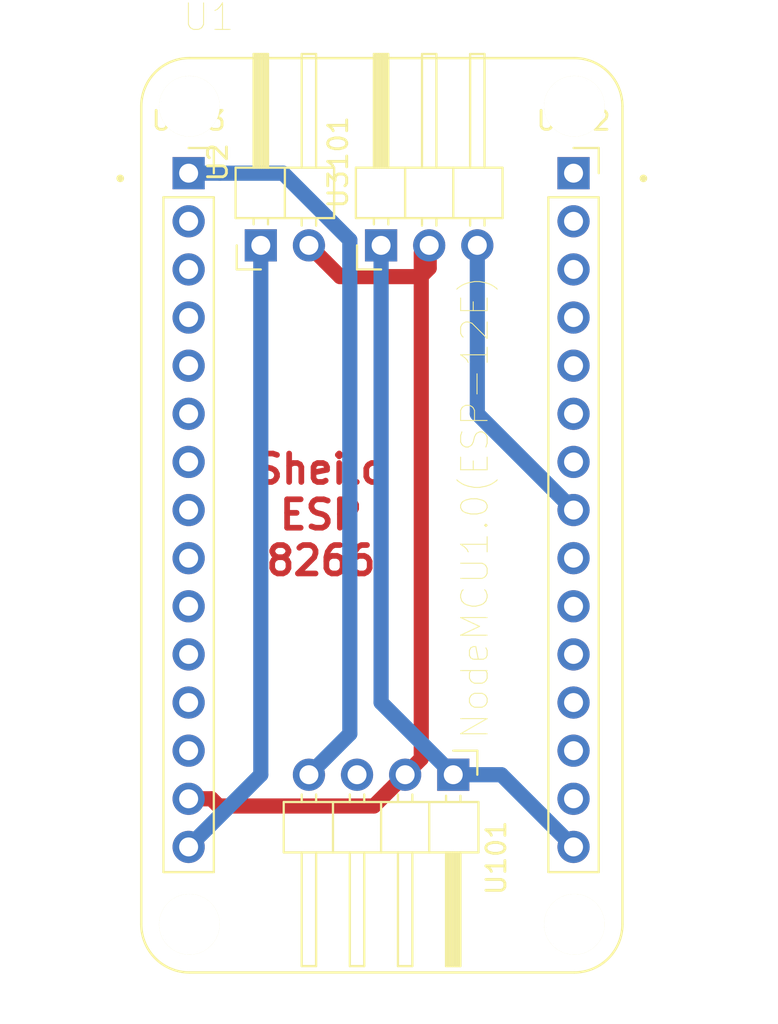
<source format=kicad_pcb>
(kicad_pcb (version 20171130) (host pcbnew 5.0.2-bee76a0~70~ubuntu18.04.1)

  (general
    (thickness 1.6)
    (drawings 1)
    (tracks 26)
    (zones 0)
    (modules 6)
    (nets 32)
  )

  (page A4)
  (layers
    (0 F.Cu signal)
    (31 B.Cu signal)
    (32 B.Adhes user)
    (33 F.Adhes user)
    (34 B.Paste user)
    (35 F.Paste user)
    (36 B.SilkS user)
    (37 F.SilkS user)
    (38 B.Mask user)
    (39 F.Mask user)
    (40 Dwgs.User user)
    (41 Cmts.User user)
    (42 Eco1.User user)
    (43 Eco2.User user)
    (44 Edge.Cuts user)
    (45 Margin user)
    (46 B.CrtYd user)
    (47 F.CrtYd user)
    (48 B.Fab user)
    (49 F.Fab user)
  )

  (setup
    (last_trace_width 0.8)
    (trace_clearance 0.4)
    (zone_clearance 0.508)
    (zone_45_only no)
    (trace_min 0.1)
    (segment_width 0.2)
    (edge_width 0.1)
    (via_size 1.6)
    (via_drill 0.8)
    (via_min_size 0.1)
    (via_min_drill 0.3)
    (uvia_size 0.3)
    (uvia_drill 0.1)
    (uvias_allowed no)
    (uvia_min_size 0.2)
    (uvia_min_drill 0.1)
    (pcb_text_width 0.3)
    (pcb_text_size 1.5 1.5)
    (mod_edge_width 0.15)
    (mod_text_size 1 1)
    (mod_text_width 0.15)
    (pad_size 1.7 1.7)
    (pad_drill 1)
    (pad_to_mask_clearance 0)
    (solder_mask_min_width 0.25)
    (aux_axis_origin 0 0)
    (visible_elements FFFFF77F)
    (pcbplotparams
      (layerselection 0x010fc_ffffffff)
      (usegerberextensions false)
      (usegerberattributes false)
      (usegerberadvancedattributes false)
      (creategerberjobfile false)
      (excludeedgelayer true)
      (linewidth 0.100000)
      (plotframeref false)
      (viasonmask false)
      (mode 1)
      (useauxorigin false)
      (hpglpennumber 1)
      (hpglpenspeed 20)
      (hpglpendiameter 15.000000)
      (psnegative false)
      (psa4output false)
      (plotreference true)
      (plotvalue true)
      (plotinvisibletext false)
      (padsonsilk false)
      (subtractmaskfromsilk false)
      (outputformat 1)
      (mirror false)
      (drillshape 1)
      (scaleselection 1)
      (outputdirectory ""))
  )

  (net 0 "")
  (net 1 +5V)
  (net 2 GND)
  (net 3 "Net-(U101-Pad3)")
  (net 4 SIGtemp)
  (net 5 "Net-(U102-Pad17)")
  (net 6 "Net-(U102-Pad18)")
  (net 7 "Net-(U102-Pad19)")
  (net 8 "Net-(U102-Pad20)")
  (net 9 "Net-(U102-Pad21)")
  (net 10 "Net-(U102-Pad22)")
  (net 11 SIGFlow)
  (net 12 "Net-(U102-Pad24)")
  (net 13 "Net-(U102-Pad25)")
  (net 14 "Net-(U102-Pad26)")
  (net 15 "Net-(U102-Pad27)")
  (net 16 "Net-(U102-Pad28)")
  (net 17 "Net-(U102-Pad29)")
  (net 18 "Net-(U102-Pad30)")
  (net 19 "Net-(U103-Pad2)")
  (net 20 "Net-(U103-Pad3)")
  (net 21 "Net-(U103-Pad4)")
  (net 22 "Net-(U103-Pad5)")
  (net 23 "Net-(U103-Pad6)")
  (net 24 "Net-(U103-Pad7)")
  (net 25 "Net-(U103-Pad8)")
  (net 26 "Net-(U103-Pad9)")
  (net 27 "Net-(U103-Pad10)")
  (net 28 "Net-(U103-Pad11)")
  (net 29 "Net-(U103-Pad12)")
  (net 30 "Net-(U103-Pad13)")
  (net 31 +3V3)

  (net_class Default "This is the default net class."
    (clearance 0.4)
    (trace_width 0.8)
    (via_dia 1.6)
    (via_drill 0.8)
    (uvia_dia 0.3)
    (uvia_drill 0.1)
    (add_net +3V3)
    (add_net +5V)
    (add_net GND)
    (add_net "Net-(U101-Pad3)")
    (add_net "Net-(U102-Pad17)")
    (add_net "Net-(U102-Pad18)")
    (add_net "Net-(U102-Pad19)")
    (add_net "Net-(U102-Pad20)")
    (add_net "Net-(U102-Pad21)")
    (add_net "Net-(U102-Pad22)")
    (add_net "Net-(U102-Pad24)")
    (add_net "Net-(U102-Pad25)")
    (add_net "Net-(U102-Pad26)")
    (add_net "Net-(U102-Pad27)")
    (add_net "Net-(U102-Pad28)")
    (add_net "Net-(U102-Pad29)")
    (add_net "Net-(U102-Pad30)")
    (add_net "Net-(U103-Pad10)")
    (add_net "Net-(U103-Pad11)")
    (add_net "Net-(U103-Pad12)")
    (add_net "Net-(U103-Pad13)")
    (add_net "Net-(U103-Pad2)")
    (add_net "Net-(U103-Pad3)")
    (add_net "Net-(U103-Pad4)")
    (add_net "Net-(U103-Pad5)")
    (add_net "Net-(U103-Pad6)")
    (add_net "Net-(U103-Pad7)")
    (add_net "Net-(U103-Pad8)")
    (add_net "Net-(U103-Pad9)")
    (add_net SIGFlow)
    (add_net SIGtemp)
  )

  (module wemos-d1-mini:SEEED_113990105_withoutPin (layer F.Cu) (tedit 5DFCFEBC) (tstamp 5E090D1B)
    (at 143.550001 80.285001)
    (path /5DF783D9)
    (fp_text reference U1 (at -9.144 -26.289) (layer F.SilkS)
      (effects (font (size 1.4 1.4) (thickness 0.05)))
    )
    (fp_text value "NodeMCU1.0(ESP-12E)" (at 4.912999 -0.402001 -90) (layer F.SilkS)
      (effects (font (size 1.4 1.4) (thickness 0.05)))
    )
    (fp_line (start -12.7 21.59) (end -12.7 -21.59) (layer F.SilkS) (width 0.127))
    (fp_arc (start -10.16 -21.59) (end -10.16 -24.13) (angle -90) (layer F.SilkS) (width 0.127))
    (fp_line (start -10.16 -24.13) (end 10.16 -24.13) (layer F.SilkS) (width 0.127))
    (fp_arc (start -10.16 21.59) (end -10.16 24.13) (angle 90) (layer F.SilkS) (width 0.127))
    (fp_arc (start 10.16 -21.59) (end 12.7 -21.59) (angle -90) (layer F.SilkS) (width 0.127))
    (fp_line (start 12.7 -21.59) (end 12.7 21.59) (layer F.SilkS) (width 0.127))
    (fp_arc (start 10.16 21.59) (end 10.16 24.13) (angle -90) (layer F.SilkS) (width 0.127))
    (fp_line (start 10.16 24.13) (end -10.16 24.13) (layer F.SilkS) (width 0.127))
    (fp_line (start -12.7 21.59) (end -12.7 -21.59) (layer Eco2.User) (width 0.127))
    (fp_arc (start -10.16 -21.59) (end -10.16 -24.13) (angle -90) (layer Eco2.User) (width 0.127))
    (fp_line (start -10.16 -24.13) (end 10.16 -24.13) (layer Eco2.User) (width 0.127))
    (fp_arc (start -10.16 21.59) (end -10.16 24.13) (angle 90) (layer Eco2.User) (width 0.127))
    (fp_arc (start 10.16 -21.59) (end 12.7 -21.59) (angle -90) (layer Eco2.User) (width 0.127))
    (fp_line (start 12.7 -21.59) (end 12.7 21.59) (layer Eco2.User) (width 0.127))
    (fp_arc (start 10.16 21.59) (end 10.16 24.13) (angle -90) (layer Eco2.User) (width 0.127))
    (fp_line (start 10.16 24.13) (end -10.16 24.13) (layer Eco2.User) (width 0.127))
    (fp_line (start 10.16 24.38) (end -10.16 24.38) (layer Eco1.User) (width 0.05))
    (fp_arc (start -10.16 21.59) (end -12.95 21.59) (angle -90) (layer Eco1.User) (width 0.05))
    (fp_line (start -12.95 21.59) (end -12.95 -21.59) (layer Eco1.User) (width 0.05))
    (fp_arc (start -10.16 -21.59) (end -10.16 -24.38) (angle -90) (layer Eco1.User) (width 0.05))
    (fp_line (start -10.16 -24.38) (end 10.16 -24.38) (layer Eco1.User) (width 0.05))
    (fp_arc (start 10.16 -21.59) (end 12.95 -21.59) (angle -90) (layer Eco1.User) (width 0.05))
    (fp_line (start 12.95 -21.59) (end 12.95 21.59) (layer Eco1.User) (width 0.05))
    (fp_arc (start 10.16 21.59) (end 10.16 24.38) (angle -90) (layer Eco1.User) (width 0.05))
    (fp_circle (center -13.81 -17.78) (end -13.71 -17.78) (layer F.SilkS) (width 0.2))
    (fp_circle (center -13.81 -17.78) (end -13.71 -17.78) (layer Eco2.User) (width 0.2))
    (fp_circle (center 13.81 -17.78) (end 13.91 -17.78) (layer Eco2.User) (width 0.2))
    (fp_circle (center 13.81 -17.78) (end 13.91 -17.78) (layer F.SilkS) (width 0.2))
    (pad Hole np_thru_hole circle (at -10.16 -21.59) (size 3.2 3.2) (drill 3.2) (layers *.Cu *.Mask F.SilkS))
    (pad Hole np_thru_hole circle (at 10.16 -21.59) (size 3.2 3.2) (drill 3.2) (layers *.Cu *.Mask F.SilkS))
    (pad Hole np_thru_hole circle (at 10.16 21.59) (size 3.2 3.2) (drill 3.2) (layers *.Cu *.Mask F.SilkS))
    (pad Hole np_thru_hole circle (at -10.16 21.59) (size 3.2 3.2) (drill 3.2) (layers *.Cu *.Mask F.SilkS))
  )

  (module pinHeads:PinHeader_1x02_P2.54mm_Horizontal (layer F.Cu) (tedit 59FED5CB) (tstamp 5E57F24F)
    (at 137.16 66.04 90)
    (descr "Through hole angled pin header, 1x02, 2.54mm pitch, 6mm pin length, single row")
    (tags "Through hole angled pin header THT 1x02 2.54mm single row")
    (path /5DF78856)
    (fp_text reference U2 (at 4.385 -2.27 90) (layer F.SilkS)
      (effects (font (size 1 1) (thickness 0.15)))
    )
    (fp_text value Relay_2_pins (at 4.385 4.81 90) (layer F.Fab)
      (effects (font (size 1 1) (thickness 0.15)))
    )
    (fp_line (start 2.135 -1.27) (end 4.04 -1.27) (layer F.Fab) (width 0.1))
    (fp_line (start 4.04 -1.27) (end 4.04 3.81) (layer F.Fab) (width 0.1))
    (fp_line (start 4.04 3.81) (end 1.5 3.81) (layer F.Fab) (width 0.1))
    (fp_line (start 1.5 3.81) (end 1.5 -0.635) (layer F.Fab) (width 0.1))
    (fp_line (start 1.5 -0.635) (end 2.135 -1.27) (layer F.Fab) (width 0.1))
    (fp_line (start -0.32 -0.32) (end 1.5 -0.32) (layer F.Fab) (width 0.1))
    (fp_line (start -0.32 -0.32) (end -0.32 0.32) (layer F.Fab) (width 0.1))
    (fp_line (start -0.32 0.32) (end 1.5 0.32) (layer F.Fab) (width 0.1))
    (fp_line (start 4.04 -0.32) (end 10.04 -0.32) (layer F.Fab) (width 0.1))
    (fp_line (start 10.04 -0.32) (end 10.04 0.32) (layer F.Fab) (width 0.1))
    (fp_line (start 4.04 0.32) (end 10.04 0.32) (layer F.Fab) (width 0.1))
    (fp_line (start -0.32 2.22) (end 1.5 2.22) (layer F.Fab) (width 0.1))
    (fp_line (start -0.32 2.22) (end -0.32 2.86) (layer F.Fab) (width 0.1))
    (fp_line (start -0.32 2.86) (end 1.5 2.86) (layer F.Fab) (width 0.1))
    (fp_line (start 4.04 2.22) (end 10.04 2.22) (layer F.Fab) (width 0.1))
    (fp_line (start 10.04 2.22) (end 10.04 2.86) (layer F.Fab) (width 0.1))
    (fp_line (start 4.04 2.86) (end 10.04 2.86) (layer F.Fab) (width 0.1))
    (fp_line (start 1.44 -1.33) (end 1.44 3.87) (layer F.SilkS) (width 0.12))
    (fp_line (start 1.44 3.87) (end 4.1 3.87) (layer F.SilkS) (width 0.12))
    (fp_line (start 4.1 3.87) (end 4.1 -1.33) (layer F.SilkS) (width 0.12))
    (fp_line (start 4.1 -1.33) (end 1.44 -1.33) (layer F.SilkS) (width 0.12))
    (fp_line (start 4.1 -0.38) (end 10.1 -0.38) (layer F.SilkS) (width 0.12))
    (fp_line (start 10.1 -0.38) (end 10.1 0.38) (layer F.SilkS) (width 0.12))
    (fp_line (start 10.1 0.38) (end 4.1 0.38) (layer F.SilkS) (width 0.12))
    (fp_line (start 4.1 -0.32) (end 10.1 -0.32) (layer F.SilkS) (width 0.12))
    (fp_line (start 4.1 -0.2) (end 10.1 -0.2) (layer F.SilkS) (width 0.12))
    (fp_line (start 4.1 -0.08) (end 10.1 -0.08) (layer F.SilkS) (width 0.12))
    (fp_line (start 4.1 0.04) (end 10.1 0.04) (layer F.SilkS) (width 0.12))
    (fp_line (start 4.1 0.16) (end 10.1 0.16) (layer F.SilkS) (width 0.12))
    (fp_line (start 4.1 0.28) (end 10.1 0.28) (layer F.SilkS) (width 0.12))
    (fp_line (start 1.11 -0.38) (end 1.44 -0.38) (layer F.SilkS) (width 0.12))
    (fp_line (start 1.11 0.38) (end 1.44 0.38) (layer F.SilkS) (width 0.12))
    (fp_line (start 1.44 1.27) (end 4.1 1.27) (layer F.SilkS) (width 0.12))
    (fp_line (start 4.1 2.16) (end 10.1 2.16) (layer F.SilkS) (width 0.12))
    (fp_line (start 10.1 2.16) (end 10.1 2.92) (layer F.SilkS) (width 0.12))
    (fp_line (start 10.1 2.92) (end 4.1 2.92) (layer F.SilkS) (width 0.12))
    (fp_line (start 1.042929 2.16) (end 1.44 2.16) (layer F.SilkS) (width 0.12))
    (fp_line (start 1.042929 2.92) (end 1.44 2.92) (layer F.SilkS) (width 0.12))
    (fp_line (start -1.27 0) (end -1.27 -1.27) (layer F.SilkS) (width 0.12))
    (fp_line (start -1.27 -1.27) (end 0 -1.27) (layer F.SilkS) (width 0.12))
    (fp_line (start -1.8 -1.8) (end -1.8 4.35) (layer F.CrtYd) (width 0.05))
    (fp_line (start -1.8 4.35) (end 10.55 4.35) (layer F.CrtYd) (width 0.05))
    (fp_line (start 10.55 4.35) (end 10.55 -1.8) (layer F.CrtYd) (width 0.05))
    (fp_line (start 10.55 -1.8) (end -1.8 -1.8) (layer F.CrtYd) (width 0.05))
    (fp_text user %R (at 2.77 1.27 180) (layer F.Fab)
      (effects (font (size 1 1) (thickness 0.15)))
    )
    (pad 1 thru_hole rect (at 0 0 90) (size 1.7 1.7) (drill 1) (layers *.Cu *.Mask)
      (net 1 +5V))
    (pad 2 thru_hole oval (at 0 2.54 90) (size 1.7 1.7) (drill 1) (layers *.Cu *.Mask)
      (net 2 GND))
    (model ${KISYS3DMOD}/Connector_PinHeader_2.54mm.3dshapes/PinHeader_1x02_P2.54mm_Horizontal.wrl
      (at (xyz 0 0 0))
      (scale (xyz 1 1 1))
      (rotate (xyz 0 0 0))
    )
  )

  (module pinHeads:PinHeader_1x04_P2.54mm_Horizontal (layer F.Cu) (tedit 59FED5CB) (tstamp 5E090D9B)
    (at 147.32 93.98 270)
    (descr "Through hole angled pin header, 1x04, 2.54mm pitch, 6mm pin length, single row")
    (tags "Through hole angled pin header THT 1x04 2.54mm single row")
    (path /5DF80F41)
    (fp_text reference U101 (at 4.385 -2.27 270) (layer F.SilkS)
      (effects (font (size 1 1) (thickness 0.15)))
    )
    (fp_text value Temperature_connector (at 4.385 9.89 270) (layer F.Fab)
      (effects (font (size 1 1) (thickness 0.15)))
    )
    (fp_line (start 2.135 -1.27) (end 4.04 -1.27) (layer F.Fab) (width 0.1))
    (fp_line (start 4.04 -1.27) (end 4.04 8.89) (layer F.Fab) (width 0.1))
    (fp_line (start 4.04 8.89) (end 1.5 8.89) (layer F.Fab) (width 0.1))
    (fp_line (start 1.5 8.89) (end 1.5 -0.635) (layer F.Fab) (width 0.1))
    (fp_line (start 1.5 -0.635) (end 2.135 -1.27) (layer F.Fab) (width 0.1))
    (fp_line (start -0.32 -0.32) (end 1.5 -0.32) (layer F.Fab) (width 0.1))
    (fp_line (start -0.32 -0.32) (end -0.32 0.32) (layer F.Fab) (width 0.1))
    (fp_line (start -0.32 0.32) (end 1.5 0.32) (layer F.Fab) (width 0.1))
    (fp_line (start 4.04 -0.32) (end 10.04 -0.32) (layer F.Fab) (width 0.1))
    (fp_line (start 10.04 -0.32) (end 10.04 0.32) (layer F.Fab) (width 0.1))
    (fp_line (start 4.04 0.32) (end 10.04 0.32) (layer F.Fab) (width 0.1))
    (fp_line (start -0.32 2.22) (end 1.5 2.22) (layer F.Fab) (width 0.1))
    (fp_line (start -0.32 2.22) (end -0.32 2.86) (layer F.Fab) (width 0.1))
    (fp_line (start -0.32 2.86) (end 1.5 2.86) (layer F.Fab) (width 0.1))
    (fp_line (start 4.04 2.22) (end 10.04 2.22) (layer F.Fab) (width 0.1))
    (fp_line (start 10.04 2.22) (end 10.04 2.86) (layer F.Fab) (width 0.1))
    (fp_line (start 4.04 2.86) (end 10.04 2.86) (layer F.Fab) (width 0.1))
    (fp_line (start -0.32 4.76) (end 1.5 4.76) (layer F.Fab) (width 0.1))
    (fp_line (start -0.32 4.76) (end -0.32 5.4) (layer F.Fab) (width 0.1))
    (fp_line (start -0.32 5.4) (end 1.5 5.4) (layer F.Fab) (width 0.1))
    (fp_line (start 4.04 4.76) (end 10.04 4.76) (layer F.Fab) (width 0.1))
    (fp_line (start 10.04 4.76) (end 10.04 5.4) (layer F.Fab) (width 0.1))
    (fp_line (start 4.04 5.4) (end 10.04 5.4) (layer F.Fab) (width 0.1))
    (fp_line (start -0.32 7.3) (end 1.5 7.3) (layer F.Fab) (width 0.1))
    (fp_line (start -0.32 7.3) (end -0.32 7.94) (layer F.Fab) (width 0.1))
    (fp_line (start -0.32 7.94) (end 1.5 7.94) (layer F.Fab) (width 0.1))
    (fp_line (start 4.04 7.3) (end 10.04 7.3) (layer F.Fab) (width 0.1))
    (fp_line (start 10.04 7.3) (end 10.04 7.94) (layer F.Fab) (width 0.1))
    (fp_line (start 4.04 7.94) (end 10.04 7.94) (layer F.Fab) (width 0.1))
    (fp_line (start 1.44 -1.33) (end 1.44 8.95) (layer F.SilkS) (width 0.12))
    (fp_line (start 1.44 8.95) (end 4.1 8.95) (layer F.SilkS) (width 0.12))
    (fp_line (start 4.1 8.95) (end 4.1 -1.33) (layer F.SilkS) (width 0.12))
    (fp_line (start 4.1 -1.33) (end 1.44 -1.33) (layer F.SilkS) (width 0.12))
    (fp_line (start 4.1 -0.38) (end 10.1 -0.38) (layer F.SilkS) (width 0.12))
    (fp_line (start 10.1 -0.38) (end 10.1 0.38) (layer F.SilkS) (width 0.12))
    (fp_line (start 10.1 0.38) (end 4.1 0.38) (layer F.SilkS) (width 0.12))
    (fp_line (start 4.1 -0.32) (end 10.1 -0.32) (layer F.SilkS) (width 0.12))
    (fp_line (start 4.1 -0.2) (end 10.1 -0.2) (layer F.SilkS) (width 0.12))
    (fp_line (start 4.1 -0.08) (end 10.1 -0.08) (layer F.SilkS) (width 0.12))
    (fp_line (start 4.1 0.04) (end 10.1 0.04) (layer F.SilkS) (width 0.12))
    (fp_line (start 4.1 0.16) (end 10.1 0.16) (layer F.SilkS) (width 0.12))
    (fp_line (start 4.1 0.28) (end 10.1 0.28) (layer F.SilkS) (width 0.12))
    (fp_line (start 1.11 -0.38) (end 1.44 -0.38) (layer F.SilkS) (width 0.12))
    (fp_line (start 1.11 0.38) (end 1.44 0.38) (layer F.SilkS) (width 0.12))
    (fp_line (start 1.44 1.27) (end 4.1 1.27) (layer F.SilkS) (width 0.12))
    (fp_line (start 4.1 2.16) (end 10.1 2.16) (layer F.SilkS) (width 0.12))
    (fp_line (start 10.1 2.16) (end 10.1 2.92) (layer F.SilkS) (width 0.12))
    (fp_line (start 10.1 2.92) (end 4.1 2.92) (layer F.SilkS) (width 0.12))
    (fp_line (start 1.042929 2.16) (end 1.44 2.16) (layer F.SilkS) (width 0.12))
    (fp_line (start 1.042929 2.92) (end 1.44 2.92) (layer F.SilkS) (width 0.12))
    (fp_line (start 1.44 3.81) (end 4.1 3.81) (layer F.SilkS) (width 0.12))
    (fp_line (start 4.1 4.7) (end 10.1 4.7) (layer F.SilkS) (width 0.12))
    (fp_line (start 10.1 4.7) (end 10.1 5.46) (layer F.SilkS) (width 0.12))
    (fp_line (start 10.1 5.46) (end 4.1 5.46) (layer F.SilkS) (width 0.12))
    (fp_line (start 1.042929 4.7) (end 1.44 4.7) (layer F.SilkS) (width 0.12))
    (fp_line (start 1.042929 5.46) (end 1.44 5.46) (layer F.SilkS) (width 0.12))
    (fp_line (start 1.44 6.35) (end 4.1 6.35) (layer F.SilkS) (width 0.12))
    (fp_line (start 4.1 7.24) (end 10.1 7.24) (layer F.SilkS) (width 0.12))
    (fp_line (start 10.1 7.24) (end 10.1 8) (layer F.SilkS) (width 0.12))
    (fp_line (start 10.1 8) (end 4.1 8) (layer F.SilkS) (width 0.12))
    (fp_line (start 1.042929 7.24) (end 1.44 7.24) (layer F.SilkS) (width 0.12))
    (fp_line (start 1.042929 8) (end 1.44 8) (layer F.SilkS) (width 0.12))
    (fp_line (start -1.27 0) (end -1.27 -1.27) (layer F.SilkS) (width 0.12))
    (fp_line (start -1.27 -1.27) (end 0 -1.27) (layer F.SilkS) (width 0.12))
    (fp_line (start -1.8 -1.8) (end -1.8 9.4) (layer F.CrtYd) (width 0.05))
    (fp_line (start -1.8 9.4) (end 10.55 9.4) (layer F.CrtYd) (width 0.05))
    (fp_line (start 10.55 9.4) (end 10.55 -1.8) (layer F.CrtYd) (width 0.05))
    (fp_line (start 10.55 -1.8) (end -1.8 -1.8) (layer F.CrtYd) (width 0.05))
    (fp_text user %R (at 2.77 3.81) (layer F.Fab)
      (effects (font (size 1 1) (thickness 0.15)))
    )
    (pad 1 thru_hole rect (at 0 0 270) (size 1.7 1.7) (drill 1) (layers *.Cu *.Mask)
      (net 31 +3V3))
    (pad 2 thru_hole oval (at 0 2.54 270) (size 1.7 1.7) (drill 1) (layers *.Cu *.Mask)
      (net 2 GND))
    (pad 3 thru_hole oval (at 0 5.08 270) (size 1.7 1.7) (drill 1) (layers *.Cu *.Mask)
      (net 3 "Net-(U101-Pad3)"))
    (pad 4 thru_hole oval (at 0 7.62 270) (size 1.7 1.7) (drill 1) (layers *.Cu *.Mask)
      (net 4 SIGtemp))
    (model ${KISYS3DMOD}/Connector_PinHeader_2.54mm.3dshapes/PinHeader_1x04_P2.54mm_Horizontal.wrl
      (at (xyz 0 0 0))
      (scale (xyz 1 1 1))
      (rotate (xyz 0 0 0))
    )
  )

  (module pinSocket:PinSocket_1x15_P2.54mm_Vertical2 (layer F.Cu) (tedit 5DFD071B) (tstamp 5E090DBE)
    (at 153.67 62.23)
    (descr "Through hole straight socket strip, 1x15, 2.54mm pitch, single row (from Kicad 4.0.7), script generated")
    (tags "Through hole socket strip THT 1x15 2.54mm single row")
    (path /5DFD48AF)
    (fp_text reference U102 (at 0 -2.77) (layer F.SilkS)
      (effects (font (size 1 1) (thickness 0.15)))
    )
    (fp_text value Pin-SocketESP8266_1x15_2 (at 0 38.33) (layer F.Fab)
      (effects (font (size 1 1) (thickness 0.15)))
    )
    (fp_text user %R (at 0 17.78 90) (layer F.Fab)
      (effects (font (size 1 1) (thickness 0.15)))
    )
    (fp_line (start -1.8 37.3) (end -1.8 -1.8) (layer F.CrtYd) (width 0.05))
    (fp_line (start 1.75 37.3) (end -1.8 37.3) (layer F.CrtYd) (width 0.05))
    (fp_line (start 1.75 -1.8) (end 1.75 37.3) (layer F.CrtYd) (width 0.05))
    (fp_line (start -1.8 -1.8) (end 1.75 -1.8) (layer F.CrtYd) (width 0.05))
    (fp_line (start 0 -1.33) (end 1.33 -1.33) (layer F.SilkS) (width 0.12))
    (fp_line (start 1.33 -1.33) (end 1.33 0) (layer F.SilkS) (width 0.12))
    (fp_line (start 1.33 1.27) (end 1.33 36.89) (layer F.SilkS) (width 0.12))
    (fp_line (start -1.33 36.89) (end 1.33 36.89) (layer F.SilkS) (width 0.12))
    (fp_line (start -1.33 1.27) (end -1.33 36.89) (layer F.SilkS) (width 0.12))
    (fp_line (start -1.33 1.27) (end 1.33 1.27) (layer F.SilkS) (width 0.12))
    (fp_line (start -1.27 36.83) (end -1.27 -1.27) (layer F.Fab) (width 0.1))
    (fp_line (start 1.27 36.83) (end -1.27 36.83) (layer F.Fab) (width 0.1))
    (fp_line (start 1.27 -0.635) (end 1.27 36.83) (layer F.Fab) (width 0.1))
    (fp_line (start 0.635 -1.27) (end 1.27 -0.635) (layer F.Fab) (width 0.1))
    (fp_line (start -1.27 -1.27) (end 0.635 -1.27) (layer F.Fab) (width 0.1))
    (pad 16 thru_hole oval (at 0 35.56) (size 1.7 1.7) (drill 1) (layers *.Cu *.Mask)
      (net 31 +3V3))
    (pad 17 thru_hole oval (at 0 33.02) (size 1.7 1.7) (drill 1) (layers *.Cu *.Mask)
      (net 5 "Net-(U102-Pad17)"))
    (pad 18 thru_hole oval (at 0 30.48) (size 1.7 1.7) (drill 1) (layers *.Cu *.Mask)
      (net 6 "Net-(U102-Pad18)"))
    (pad 19 thru_hole oval (at 0 27.94) (size 1.7 1.7) (drill 1) (layers *.Cu *.Mask)
      (net 7 "Net-(U102-Pad19)"))
    (pad 20 thru_hole oval (at 0 25.4) (size 1.7 1.7) (drill 1) (layers *.Cu *.Mask)
      (net 8 "Net-(U102-Pad20)"))
    (pad 21 thru_hole oval (at 0 22.86) (size 1.7 1.7) (drill 1) (layers *.Cu *.Mask)
      (net 9 "Net-(U102-Pad21)"))
    (pad 22 thru_hole oval (at 0 20.32) (size 1.7 1.7) (drill 1) (layers *.Cu *.Mask)
      (net 10 "Net-(U102-Pad22)"))
    (pad 23 thru_hole oval (at 0 17.78) (size 1.7 1.7) (drill 1) (layers *.Cu *.Mask)
      (net 11 SIGFlow))
    (pad 24 thru_hole oval (at 0 15.24) (size 1.7 1.7) (drill 1) (layers *.Cu *.Mask)
      (net 12 "Net-(U102-Pad24)"))
    (pad 25 thru_hole oval (at 0 12.7) (size 1.7 1.7) (drill 1) (layers *.Cu *.Mask)
      (net 13 "Net-(U102-Pad25)"))
    (pad 26 thru_hole oval (at 0 10.16) (size 1.7 1.7) (drill 1) (layers *.Cu *.Mask)
      (net 14 "Net-(U102-Pad26)"))
    (pad 27 thru_hole oval (at 0 7.62) (size 1.7 1.7) (drill 1) (layers *.Cu *.Mask)
      (net 15 "Net-(U102-Pad27)"))
    (pad 28 thru_hole oval (at 0 5.08) (size 1.7 1.7) (drill 1) (layers *.Cu *.Mask)
      (net 16 "Net-(U102-Pad28)"))
    (pad 29 thru_hole oval (at 0 2.54) (size 1.7 1.7) (drill 1) (layers *.Cu *.Mask)
      (net 17 "Net-(U102-Pad29)"))
    (pad 30 thru_hole rect (at 0 0) (size 1.7 1.7) (drill 1) (layers *.Cu *.Mask)
      (net 18 "Net-(U102-Pad30)"))
    (model ${KISYS3DMOD}/Connector_PinSocket_2.54mm.3dshapes/PinSocket_1x15_P2.54mm_Vertical.wrl
      (at (xyz 0 0 0))
      (scale (xyz 1 1 1))
      (rotate (xyz 0 0 0))
    )
  )

  (module pinSocket:PinSocket_1x15_P2.54mm_Vertical (layer F.Cu) (tedit 5A19A41D) (tstamp 5E090DE1)
    (at 133.35 62.23)
    (descr "Through hole straight socket strip, 1x15, 2.54mm pitch, single row (from Kicad 4.0.7), script generated")
    (tags "Through hole socket strip THT 1x15 2.54mm single row")
    (path /5DFD4985)
    (fp_text reference U103 (at 0 -2.77) (layer F.SilkS)
      (effects (font (size 1 1) (thickness 0.15)))
    )
    (fp_text value Pin-SocketESP8266_1x15 (at 0 38.33) (layer F.Fab)
      (effects (font (size 1 1) (thickness 0.15)))
    )
    (fp_line (start -1.27 -1.27) (end 0.635 -1.27) (layer F.Fab) (width 0.1))
    (fp_line (start 0.635 -1.27) (end 1.27 -0.635) (layer F.Fab) (width 0.1))
    (fp_line (start 1.27 -0.635) (end 1.27 36.83) (layer F.Fab) (width 0.1))
    (fp_line (start 1.27 36.83) (end -1.27 36.83) (layer F.Fab) (width 0.1))
    (fp_line (start -1.27 36.83) (end -1.27 -1.27) (layer F.Fab) (width 0.1))
    (fp_line (start -1.33 1.27) (end 1.33 1.27) (layer F.SilkS) (width 0.12))
    (fp_line (start -1.33 1.27) (end -1.33 36.89) (layer F.SilkS) (width 0.12))
    (fp_line (start -1.33 36.89) (end 1.33 36.89) (layer F.SilkS) (width 0.12))
    (fp_line (start 1.33 1.27) (end 1.33 36.89) (layer F.SilkS) (width 0.12))
    (fp_line (start 1.33 -1.33) (end 1.33 0) (layer F.SilkS) (width 0.12))
    (fp_line (start 0 -1.33) (end 1.33 -1.33) (layer F.SilkS) (width 0.12))
    (fp_line (start -1.8 -1.8) (end 1.75 -1.8) (layer F.CrtYd) (width 0.05))
    (fp_line (start 1.75 -1.8) (end 1.75 37.3) (layer F.CrtYd) (width 0.05))
    (fp_line (start 1.75 37.3) (end -1.8 37.3) (layer F.CrtYd) (width 0.05))
    (fp_line (start -1.8 37.3) (end -1.8 -1.8) (layer F.CrtYd) (width 0.05))
    (fp_text user %R (at 0 17.78 90) (layer F.Fab)
      (effects (font (size 1 1) (thickness 0.15)))
    )
    (pad 1 thru_hole rect (at 0 0) (size 1.7 1.7) (drill 1) (layers *.Cu *.Mask)
      (net 4 SIGtemp))
    (pad 2 thru_hole oval (at 0 2.54) (size 1.7 1.7) (drill 1) (layers *.Cu *.Mask)
      (net 19 "Net-(U103-Pad2)"))
    (pad 3 thru_hole oval (at 0 5.08) (size 1.7 1.7) (drill 1) (layers *.Cu *.Mask)
      (net 20 "Net-(U103-Pad3)"))
    (pad 4 thru_hole oval (at 0 7.62) (size 1.7 1.7) (drill 1) (layers *.Cu *.Mask)
      (net 21 "Net-(U103-Pad4)"))
    (pad 5 thru_hole oval (at 0 10.16) (size 1.7 1.7) (drill 1) (layers *.Cu *.Mask)
      (net 22 "Net-(U103-Pad5)"))
    (pad 6 thru_hole oval (at 0 12.7) (size 1.7 1.7) (drill 1) (layers *.Cu *.Mask)
      (net 23 "Net-(U103-Pad6)"))
    (pad 7 thru_hole oval (at 0 15.24) (size 1.7 1.7) (drill 1) (layers *.Cu *.Mask)
      (net 24 "Net-(U103-Pad7)"))
    (pad 8 thru_hole oval (at 0 17.78) (size 1.7 1.7) (drill 1) (layers *.Cu *.Mask)
      (net 25 "Net-(U103-Pad8)"))
    (pad 9 thru_hole oval (at 0 20.32) (size 1.7 1.7) (drill 1) (layers *.Cu *.Mask)
      (net 26 "Net-(U103-Pad9)"))
    (pad 10 thru_hole oval (at 0 22.86) (size 1.7 1.7) (drill 1) (layers *.Cu *.Mask)
      (net 27 "Net-(U103-Pad10)"))
    (pad 11 thru_hole oval (at 0 25.4) (size 1.7 1.7) (drill 1) (layers *.Cu *.Mask)
      (net 28 "Net-(U103-Pad11)"))
    (pad 12 thru_hole oval (at 0 27.94) (size 1.7 1.7) (drill 1) (layers *.Cu *.Mask)
      (net 29 "Net-(U103-Pad12)"))
    (pad 13 thru_hole oval (at 0 30.48) (size 1.7 1.7) (drill 1) (layers *.Cu *.Mask)
      (net 30 "Net-(U103-Pad13)"))
    (pad 14 thru_hole oval (at 0 33.02) (size 1.7 1.7) (drill 1) (layers *.Cu *.Mask)
      (net 2 GND))
    (pad 15 thru_hole oval (at 0 35.56) (size 1.7 1.7) (drill 1) (layers *.Cu *.Mask)
      (net 1 +5V))
    (model ${KISYS3DMOD}/Connector_PinSocket_2.54mm.3dshapes/PinSocket_1x15_P2.54mm_Vertical.wrl
      (at (xyz 0 0 0))
      (scale (xyz 1 1 1))
      (rotate (xyz 0 0 0))
    )
  )

  (module pinHeads:PinHeader_1x03_P2.54mm_Horizontal (layer F.Cu) (tedit 59FED5CB) (tstamp 5E090E21)
    (at 143.51 66.04 90)
    (descr "Through hole angled pin header, 1x03, 2.54mm pitch, 6mm pin length, single row")
    (tags "Through hole angled pin header THT 1x03 2.54mm single row")
    (path /5DF78A93)
    (fp_text reference U3101 (at 4.385 -2.27 90) (layer F.SilkS)
      (effects (font (size 1 1) (thickness 0.15)))
    )
    (fp_text value Flow_connector (at 4.385 7.35 90) (layer F.Fab)
      (effects (font (size 1 1) (thickness 0.15)))
    )
    (fp_line (start 2.135 -1.27) (end 4.04 -1.27) (layer F.Fab) (width 0.1))
    (fp_line (start 4.04 -1.27) (end 4.04 6.35) (layer F.Fab) (width 0.1))
    (fp_line (start 4.04 6.35) (end 1.5 6.35) (layer F.Fab) (width 0.1))
    (fp_line (start 1.5 6.35) (end 1.5 -0.635) (layer F.Fab) (width 0.1))
    (fp_line (start 1.5 -0.635) (end 2.135 -1.27) (layer F.Fab) (width 0.1))
    (fp_line (start -0.32 -0.32) (end 1.5 -0.32) (layer F.Fab) (width 0.1))
    (fp_line (start -0.32 -0.32) (end -0.32 0.32) (layer F.Fab) (width 0.1))
    (fp_line (start -0.32 0.32) (end 1.5 0.32) (layer F.Fab) (width 0.1))
    (fp_line (start 4.04 -0.32) (end 10.04 -0.32) (layer F.Fab) (width 0.1))
    (fp_line (start 10.04 -0.32) (end 10.04 0.32) (layer F.Fab) (width 0.1))
    (fp_line (start 4.04 0.32) (end 10.04 0.32) (layer F.Fab) (width 0.1))
    (fp_line (start -0.32 2.22) (end 1.5 2.22) (layer F.Fab) (width 0.1))
    (fp_line (start -0.32 2.22) (end -0.32 2.86) (layer F.Fab) (width 0.1))
    (fp_line (start -0.32 2.86) (end 1.5 2.86) (layer F.Fab) (width 0.1))
    (fp_line (start 4.04 2.22) (end 10.04 2.22) (layer F.Fab) (width 0.1))
    (fp_line (start 10.04 2.22) (end 10.04 2.86) (layer F.Fab) (width 0.1))
    (fp_line (start 4.04 2.86) (end 10.04 2.86) (layer F.Fab) (width 0.1))
    (fp_line (start -0.32 4.76) (end 1.5 4.76) (layer F.Fab) (width 0.1))
    (fp_line (start -0.32 4.76) (end -0.32 5.4) (layer F.Fab) (width 0.1))
    (fp_line (start -0.32 5.4) (end 1.5 5.4) (layer F.Fab) (width 0.1))
    (fp_line (start 4.04 4.76) (end 10.04 4.76) (layer F.Fab) (width 0.1))
    (fp_line (start 10.04 4.76) (end 10.04 5.4) (layer F.Fab) (width 0.1))
    (fp_line (start 4.04 5.4) (end 10.04 5.4) (layer F.Fab) (width 0.1))
    (fp_line (start 1.44 -1.33) (end 1.44 6.41) (layer F.SilkS) (width 0.12))
    (fp_line (start 1.44 6.41) (end 4.1 6.41) (layer F.SilkS) (width 0.12))
    (fp_line (start 4.1 6.41) (end 4.1 -1.33) (layer F.SilkS) (width 0.12))
    (fp_line (start 4.1 -1.33) (end 1.44 -1.33) (layer F.SilkS) (width 0.12))
    (fp_line (start 4.1 -0.38) (end 10.1 -0.38) (layer F.SilkS) (width 0.12))
    (fp_line (start 10.1 -0.38) (end 10.1 0.38) (layer F.SilkS) (width 0.12))
    (fp_line (start 10.1 0.38) (end 4.1 0.38) (layer F.SilkS) (width 0.12))
    (fp_line (start 4.1 -0.32) (end 10.1 -0.32) (layer F.SilkS) (width 0.12))
    (fp_line (start 4.1 -0.2) (end 10.1 -0.2) (layer F.SilkS) (width 0.12))
    (fp_line (start 4.1 -0.08) (end 10.1 -0.08) (layer F.SilkS) (width 0.12))
    (fp_line (start 4.1 0.04) (end 10.1 0.04) (layer F.SilkS) (width 0.12))
    (fp_line (start 4.1 0.16) (end 10.1 0.16) (layer F.SilkS) (width 0.12))
    (fp_line (start 4.1 0.28) (end 10.1 0.28) (layer F.SilkS) (width 0.12))
    (fp_line (start 1.11 -0.38) (end 1.44 -0.38) (layer F.SilkS) (width 0.12))
    (fp_line (start 1.11 0.38) (end 1.44 0.38) (layer F.SilkS) (width 0.12))
    (fp_line (start 1.44 1.27) (end 4.1 1.27) (layer F.SilkS) (width 0.12))
    (fp_line (start 4.1 2.16) (end 10.1 2.16) (layer F.SilkS) (width 0.12))
    (fp_line (start 10.1 2.16) (end 10.1 2.92) (layer F.SilkS) (width 0.12))
    (fp_line (start 10.1 2.92) (end 4.1 2.92) (layer F.SilkS) (width 0.12))
    (fp_line (start 1.042929 2.16) (end 1.44 2.16) (layer F.SilkS) (width 0.12))
    (fp_line (start 1.042929 2.92) (end 1.44 2.92) (layer F.SilkS) (width 0.12))
    (fp_line (start 1.44 3.81) (end 4.1 3.81) (layer F.SilkS) (width 0.12))
    (fp_line (start 4.1 4.7) (end 10.1 4.7) (layer F.SilkS) (width 0.12))
    (fp_line (start 10.1 4.7) (end 10.1 5.46) (layer F.SilkS) (width 0.12))
    (fp_line (start 10.1 5.46) (end 4.1 5.46) (layer F.SilkS) (width 0.12))
    (fp_line (start 1.042929 4.7) (end 1.44 4.7) (layer F.SilkS) (width 0.12))
    (fp_line (start 1.042929 5.46) (end 1.44 5.46) (layer F.SilkS) (width 0.12))
    (fp_line (start -1.27 0) (end -1.27 -1.27) (layer F.SilkS) (width 0.12))
    (fp_line (start -1.27 -1.27) (end 0 -1.27) (layer F.SilkS) (width 0.12))
    (fp_line (start -1.8 -1.8) (end -1.8 6.85) (layer F.CrtYd) (width 0.05))
    (fp_line (start -1.8 6.85) (end 10.55 6.85) (layer F.CrtYd) (width 0.05))
    (fp_line (start 10.55 6.85) (end 10.55 -1.8) (layer F.CrtYd) (width 0.05))
    (fp_line (start 10.55 -1.8) (end -1.8 -1.8) (layer F.CrtYd) (width 0.05))
    (fp_text user %R (at 2.77 2.54 180) (layer F.Fab)
      (effects (font (size 1 1) (thickness 0.15)))
    )
    (pad 1 thru_hole rect (at 0 0 90) (size 1.7 1.7) (drill 1) (layers *.Cu *.Mask)
      (net 31 +3V3))
    (pad 2 thru_hole oval (at 0 2.54 90) (size 1.7 1.7) (drill 1) (layers *.Cu *.Mask)
      (net 2 GND))
    (pad 3 thru_hole oval (at 0 5.08 90) (size 1.7 1.7) (drill 1) (layers *.Cu *.Mask)
      (net 11 SIGFlow))
    (model ${KISYS3DMOD}/Connector_PinHeader_2.54mm.3dshapes/PinHeader_1x03_P2.54mm_Horizontal.wrl
      (at (xyz 0 0 0))
      (scale (xyz 1 1 1))
      (rotate (xyz 0 0 0))
    )
  )

  (gr_text "Sheild\nESP\n8266" (at 140.335 80.264) (layer F.Cu)
    (effects (font (size 1.5 1.5) (thickness 0.3)))
  )

  (segment (start 137.16 93.98) (end 137.16 66.04) (width 0.8) (layer B.Cu) (net 1))
  (segment (start 133.35 97.79) (end 137.16 93.98) (width 0.8) (layer B.Cu) (net 1))
  (segment (start 145.629999 66.460001) (end 146.05 66.04) (width 0.8) (layer F.Cu) (net 2))
  (segment (start 145.629999 93.130001) (end 145.629999 66.460001) (width 0.8) (layer F.Cu) (net 2))
  (segment (start 144.78 93.98) (end 145.629999 93.130001) (width 0.8) (layer F.Cu) (net 2))
  (segment (start 140.549999 66.889999) (end 139.7 66.04) (width 0.8) (layer F.Cu) (net 2))
  (segment (start 141.350001 67.690001) (end 140.549999 66.889999) (width 0.8) (layer F.Cu) (net 2))
  (segment (start 145.60208 67.690001) (end 141.350001 67.690001) (width 0.8) (layer F.Cu) (net 2))
  (segment (start 146.05 67.242081) (end 145.60208 67.690001) (width 0.8) (layer F.Cu) (net 2))
  (segment (start 146.05 66.04) (end 146.05 67.242081) (width 0.8) (layer F.Cu) (net 2))
  (segment (start 143.930001 94.829999) (end 144.78 93.98) (width 0.8) (layer F.Cu) (net 2))
  (segment (start 143.129999 95.630001) (end 143.930001 94.829999) (width 0.8) (layer F.Cu) (net 2))
  (segment (start 134.552081 95.25) (end 134.932082 95.630001) (width 0.8) (layer F.Cu) (net 2))
  (segment (start 134.932082 95.630001) (end 143.129999 95.630001) (width 0.8) (layer F.Cu) (net 2))
  (segment (start 133.35 95.25) (end 134.552081 95.25) (width 0.8) (layer F.Cu) (net 2))
  (segment (start 138.332002 62.23) (end 135 62.23) (width 0.8) (layer B.Cu) (net 4))
  (segment (start 141.859999 65.757997) (end 138.332002 62.23) (width 0.8) (layer B.Cu) (net 4))
  (segment (start 135 62.23) (end 133.35 62.23) (width 0.8) (layer B.Cu) (net 4))
  (segment (start 141.859999 91.820001) (end 141.859999 65.757997) (width 0.8) (layer B.Cu) (net 4))
  (segment (start 139.7 93.98) (end 141.859999 91.820001) (width 0.8) (layer B.Cu) (net 4))
  (segment (start 148.59 74.93) (end 153.67 80.01) (width 0.8) (layer B.Cu) (net 11))
  (segment (start 148.59 66.04) (end 148.59 74.93) (width 0.8) (layer B.Cu) (net 11))
  (segment (start 143.51 90.17) (end 147.32 93.98) (width 0.8) (layer B.Cu) (net 31))
  (segment (start 143.51 66.04) (end 143.51 90.17) (width 0.8) (layer B.Cu) (net 31))
  (segment (start 149.86 93.98) (end 153.67 97.79) (width 0.8) (layer B.Cu) (net 31))
  (segment (start 147.32 93.98) (end 149.86 93.98) (width 0.8) (layer B.Cu) (net 31))

)

</source>
